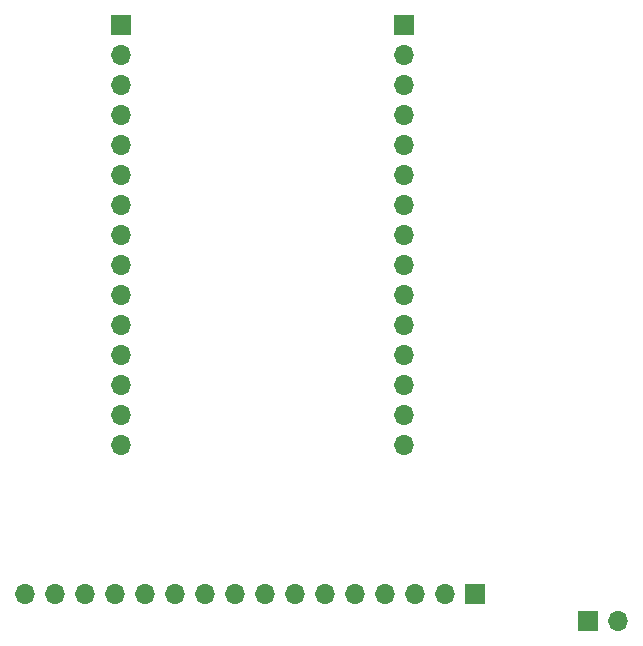
<source format=gbr>
%TF.GenerationSoftware,KiCad,Pcbnew,8.0.0-8.0.0-1~ubuntu22.04.1*%
%TF.CreationDate,2024-03-19T22:30:41+08:00*%
%TF.ProjectId,ble_midi_hardware,626c655f-6d69-4646-995f-686172647761,rev?*%
%TF.SameCoordinates,Original*%
%TF.FileFunction,Soldermask,Bot*%
%TF.FilePolarity,Negative*%
%FSLAX46Y46*%
G04 Gerber Fmt 4.6, Leading zero omitted, Abs format (unit mm)*
G04 Created by KiCad (PCBNEW 8.0.0-8.0.0-1~ubuntu22.04.1) date 2024-03-19 22:30:41*
%MOMM*%
%LPD*%
G01*
G04 APERTURE LIST*
%ADD10R,1.700000X1.700000*%
%ADD11O,1.700000X1.700000*%
G04 APERTURE END LIST*
D10*
%TO.C,J2*%
X107200000Y-62240000D03*
D11*
X107200000Y-64780000D03*
X107200000Y-67320000D03*
X107200000Y-69860000D03*
X107200000Y-72400000D03*
X107200000Y-74940000D03*
X107200000Y-77480000D03*
X107200000Y-80020000D03*
X107200000Y-82560000D03*
X107200000Y-85100000D03*
X107200000Y-87640000D03*
X107200000Y-90180000D03*
X107200000Y-92720000D03*
X107200000Y-95260000D03*
X107200000Y-97800000D03*
%TD*%
D10*
%TO.C,J3*%
X131200000Y-62240000D03*
D11*
X131200000Y-64780000D03*
X131200000Y-67320000D03*
X131200000Y-69860000D03*
X131200000Y-72400000D03*
X131200000Y-74940000D03*
X131200000Y-77480000D03*
X131200000Y-80020000D03*
X131200000Y-82560000D03*
X131200000Y-85100000D03*
X131200000Y-87640000D03*
X131200000Y-90180000D03*
X131200000Y-92720000D03*
X131200000Y-95260000D03*
X131200000Y-97800000D03*
%TD*%
D10*
%TO.C,J1*%
X146710400Y-112623600D03*
D11*
X149250400Y-112623600D03*
%TD*%
D10*
%TO.C,J4*%
X137205000Y-110350000D03*
D11*
X134665000Y-110350000D03*
X132125000Y-110350000D03*
X129585000Y-110350000D03*
X127045000Y-110350000D03*
X124505000Y-110350000D03*
X121965000Y-110350000D03*
X119425000Y-110350000D03*
X116885000Y-110350000D03*
X114345000Y-110350000D03*
X111805000Y-110350000D03*
X109265000Y-110350000D03*
X106725000Y-110350000D03*
X104185000Y-110350000D03*
X101645000Y-110350000D03*
X99105000Y-110350000D03*
%TD*%
M02*

</source>
